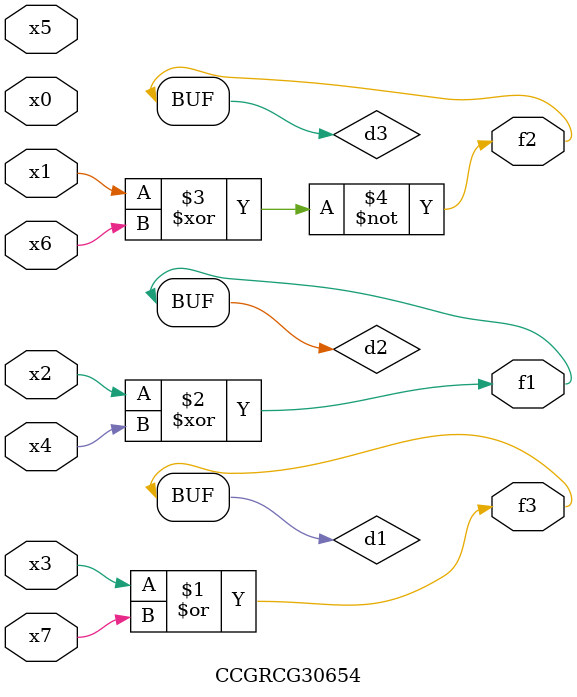
<source format=v>
module CCGRCG30654(
	input x0, x1, x2, x3, x4, x5, x6, x7,
	output f1, f2, f3
);

	wire d1, d2, d3;

	or (d1, x3, x7);
	xor (d2, x2, x4);
	xnor (d3, x1, x6);
	assign f1 = d2;
	assign f2 = d3;
	assign f3 = d1;
endmodule

</source>
